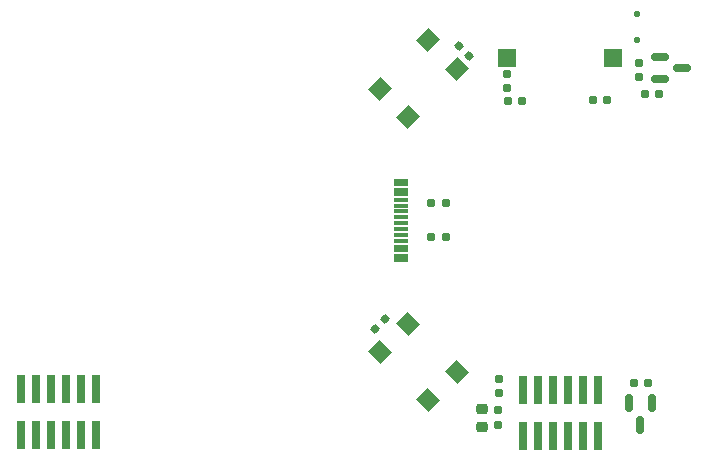
<source format=gbr>
%TF.GenerationSoftware,KiCad,Pcbnew,9.0.1-9.0.1-0~ubuntu22.04.1*%
%TF.CreationDate,2025-04-16T22:26:59+05:30*%
%TF.ProjectId,BEEWATCH MK2,42454557-4154-4434-9820-4d4b322e6b69,rev?*%
%TF.SameCoordinates,Original*%
%TF.FileFunction,Paste,Bot*%
%TF.FilePolarity,Positive*%
%FSLAX46Y46*%
G04 Gerber Fmt 4.6, Leading zero omitted, Abs format (unit mm)*
G04 Created by KiCad (PCBNEW 9.0.1-9.0.1-0~ubuntu22.04.1) date 2025-04-16 22:26:59*
%MOMM*%
%LPD*%
G01*
G04 APERTURE LIST*
G04 Aperture macros list*
%AMRoundRect*
0 Rectangle with rounded corners*
0 $1 Rounding radius*
0 $2 $3 $4 $5 $6 $7 $8 $9 X,Y pos of 4 corners*
0 Add a 4 corners polygon primitive as box body*
4,1,4,$2,$3,$4,$5,$6,$7,$8,$9,$2,$3,0*
0 Add four circle primitives for the rounded corners*
1,1,$1+$1,$2,$3*
1,1,$1+$1,$4,$5*
1,1,$1+$1,$6,$7*
1,1,$1+$1,$8,$9*
0 Add four rect primitives between the rounded corners*
20,1,$1+$1,$2,$3,$4,$5,0*
20,1,$1+$1,$4,$5,$6,$7,0*
20,1,$1+$1,$6,$7,$8,$9,0*
20,1,$1+$1,$8,$9,$2,$3,0*%
%AMRotRect*
0 Rectangle, with rotation*
0 The origin of the aperture is its center*
0 $1 length*
0 $2 width*
0 $3 Rotation angle, in degrees counterclockwise*
0 Add horizontal line*
21,1,$1,$2,0,0,$3*%
G04 Aperture macros list end*
%ADD10RoundRect,0.160000X-0.197500X-0.160000X0.197500X-0.160000X0.197500X0.160000X-0.197500X0.160000X0*%
%ADD11RoundRect,0.150000X-0.150000X0.587500X-0.150000X-0.587500X0.150000X-0.587500X0.150000X0.587500X0*%
%ADD12RoundRect,0.160000X-0.160000X0.197500X-0.160000X-0.197500X0.160000X-0.197500X0.160000X0.197500X0*%
%ADD13RoundRect,0.160000X-0.252791X0.026517X0.026517X-0.252791X0.252791X-0.026517X-0.026517X0.252791X0*%
%ADD14R,0.740000X2.400000*%
%ADD15R,1.570000X1.600000*%
%ADD16R,1.150000X0.300000*%
%ADD17RoundRect,0.160000X0.197500X0.160000X-0.197500X0.160000X-0.197500X-0.160000X0.197500X-0.160000X0*%
%ADD18RoundRect,0.125000X0.125000X-0.125000X0.125000X0.125000X-0.125000X0.125000X-0.125000X-0.125000X0*%
%ADD19RoundRect,0.225000X0.250000X-0.225000X0.250000X0.225000X-0.250000X0.225000X-0.250000X-0.225000X0*%
%ADD20RoundRect,0.150000X-0.587500X-0.150000X0.587500X-0.150000X0.587500X0.150000X-0.587500X0.150000X0*%
%ADD21RotRect,1.400000X1.500000X315.000000*%
%ADD22RoundRect,0.160000X-0.026517X-0.252791X0.252791X0.026517X0.026517X0.252791X-0.252791X-0.026517X0*%
%ADD23RotRect,1.400000X1.500000X45.000000*%
%ADD24RoundRect,0.160000X0.160000X-0.197500X0.160000X0.197500X-0.160000X0.197500X-0.160000X-0.197500X0*%
G04 APERTURE END LIST*
D10*
%TO.C,R9*%
X7152500Y10650000D03*
X8347500Y10650000D03*
%TD*%
D11*
%TO.C,Q2*%
X5850000Y-15462500D03*
X7750000Y-15462500D03*
X6800000Y-17337500D03*
%TD*%
D12*
%TO.C,R17*%
X-5200000Y-13402500D03*
X-5200000Y-14597500D03*
%TD*%
D10*
%TO.C,R29*%
X-4397500Y10100000D03*
X-3202500Y10100000D03*
%TD*%
%TO.C,R2*%
X-10897500Y1500000D03*
X-9702500Y1500000D03*
%TD*%
D13*
%TO.C,R3*%
X-8522496Y14722496D03*
X-7677504Y13877504D03*
%TD*%
D14*
%TO.C,J4*%
X-45625000Y-14300000D03*
X-45625000Y-18200000D03*
X-44355000Y-14300000D03*
X-44355000Y-18200000D03*
X-43085000Y-14300000D03*
X-43085000Y-18200000D03*
X-41815000Y-14300000D03*
X-41815000Y-18200000D03*
X-40545000Y-14300000D03*
X-40545000Y-18200000D03*
X-39275000Y-14300000D03*
X-39275000Y-18200000D03*
%TD*%
D15*
%TO.C,BZ1*%
X4500000Y13750000D03*
X-4500000Y13750000D03*
%TD*%
D12*
%TO.C,R19*%
X-5300000Y-16100000D03*
X-5300000Y-17295000D03*
%TD*%
D16*
%TO.C,J1*%
X-13430000Y-3350000D03*
X-13430000Y-2550000D03*
X-13430000Y-1250000D03*
X-13430000Y-250000D03*
X-13430000Y250000D03*
X-13430000Y1250000D03*
X-13430000Y2550000D03*
X-13430000Y3350000D03*
X-13430000Y3050000D03*
X-13430000Y2250000D03*
X-13430000Y1750000D03*
X-13430000Y750000D03*
X-13430000Y-750000D03*
X-13430000Y-1750000D03*
X-13430000Y-2250000D03*
X-13430000Y-3050000D03*
%TD*%
D17*
%TO.C,R30*%
X3953579Y10150000D03*
X2758579Y10150000D03*
%TD*%
D18*
%TO.C,D4*%
X6500000Y15300000D03*
X6500000Y17500000D03*
%TD*%
D19*
%TO.C,C18*%
X-6600000Y-17495000D03*
X-6600000Y-15945000D03*
%TD*%
D20*
%TO.C,Q1*%
X8462500Y11950000D03*
X8462500Y13850000D03*
X10337500Y12900000D03*
%TD*%
D10*
%TO.C,R1*%
X-10897500Y-1400000D03*
X-9702500Y-1400000D03*
%TD*%
D21*
%TO.C,SW1*%
X-15252691Y11151472D03*
X-11151472Y15252691D03*
X-12848528Y8747309D03*
X-8747309Y12848528D03*
%TD*%
D12*
%TO.C,R10*%
X6650000Y13297500D03*
X6650000Y12102500D03*
%TD*%
D22*
%TO.C,R5*%
X-15683120Y-9183120D03*
X-14838128Y-8338128D03*
%TD*%
D14*
%TO.C,J3*%
X-3175000Y-14350000D03*
X-3175000Y-18250000D03*
X-1905000Y-14350000D03*
X-1905000Y-18250000D03*
X-635000Y-14350000D03*
X-635000Y-18250000D03*
X635000Y-14350000D03*
X635000Y-18250000D03*
X1905000Y-14350000D03*
X1905000Y-18250000D03*
X3175000Y-14350000D03*
X3175000Y-18250000D03*
%TD*%
D23*
%TO.C,SW2*%
X-11151472Y-15252691D03*
X-15252691Y-11151472D03*
X-8747309Y-12848528D03*
X-12848528Y-8747309D03*
%TD*%
D24*
%TO.C,R53*%
X-4500000Y11202500D03*
X-4500000Y12397500D03*
%TD*%
D10*
%TO.C,R18*%
X6252500Y-13762500D03*
X7447500Y-13762500D03*
%TD*%
M02*

</source>
